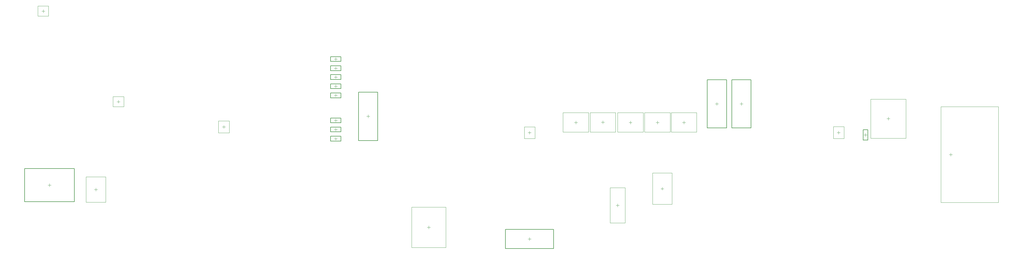
<source format=gbr>
%TF.GenerationSoftware,Altium Limited,Altium Designer,26.1.1 (7)*%
G04 Layer_Color=32768*
%FSLAX43Y43*%
%MOMM*%
%TF.SameCoordinates,F910D8A4-5627-44EB-A571-6FFAAA827985*%
%TF.FilePolarity,Positive*%
%TF.FileFunction,Other,Mechanical_15*%
%TF.Part,Single*%
G01*
G75*
%TA.AperFunction,NonConductor*%
%ADD96C,0.200*%
%ADD113C,0.100*%
%ADD117C,0.050*%
D96*
X117150Y39620D02*
Y55420D01*
X110850Y39620D02*
X117150D01*
X110850D02*
Y55420D01*
X117150D01*
X105080Y59591D02*
Y61141D01*
X101680D02*
X105080D01*
X101680Y59591D02*
Y61141D01*
Y59591D02*
X105080D01*
X101680Y56591D02*
X105080D01*
X101680D02*
Y58141D01*
X105080D01*
Y56591D02*
Y58141D01*
X101680Y65479D02*
X105080D01*
X101680D02*
Y67029D01*
X105080D01*
Y65479D02*
Y67029D01*
X101680Y62470D02*
X105080D01*
X101680D02*
Y64020D01*
X105080D01*
Y62470D02*
Y64020D01*
Y53591D02*
Y55141D01*
X101680D02*
X105080D01*
X101680Y53591D02*
Y55141D01*
Y53591D02*
X105080D01*
X101705Y42441D02*
X105105D01*
X101705D02*
Y43991D01*
X105105D01*
Y42441D02*
Y43991D01*
Y45441D02*
Y46991D01*
X101705D02*
X105105D01*
X101705Y45441D02*
Y46991D01*
Y45441D02*
X105105D01*
X101705Y39441D02*
X105105D01*
X101705D02*
Y40991D01*
X105105D01*
Y39441D02*
Y40991D01*
X1740Y30470D02*
X17960D01*
Y19610D02*
Y30470D01*
X1740Y19610D02*
X17960D01*
X1740D02*
Y30470D01*
X158830Y4250D02*
Y10550D01*
Y4250D02*
X174630D01*
Y10550D01*
X158830D02*
X174630D01*
X231129Y43720D02*
Y59520D01*
X224829Y43720D02*
X231129D01*
X224829D02*
Y59520D01*
X231129D01*
X275766Y39718D02*
X277316D01*
Y43118D01*
X275766D02*
X277316D01*
X275766Y39718D02*
Y43118D01*
X239129Y43710D02*
Y59510D01*
X232829Y43710D02*
X239129D01*
X232829D02*
Y59510D01*
X239129D01*
D113*
X304405Y34500D02*
Y35500D01*
X303905Y35000D02*
X304905D01*
X301175Y19356D02*
X319995D01*
X301175Y50644D02*
X319995D01*
X301175Y19356D02*
Y50644D01*
X319995Y19356D02*
Y50644D01*
X209625Y23875D02*
X210625D01*
X210125Y23375D02*
Y24375D01*
X114000Y47020D02*
Y48020D01*
X113500Y47520D02*
X114500D01*
X195524Y17921D02*
Y18921D01*
X195024Y18421D02*
X196024D01*
X103380Y59866D02*
Y60866D01*
X102880Y60366D02*
X103880D01*
X102880Y57366D02*
X103880D01*
X103380Y56866D02*
Y57866D01*
X102880Y66254D02*
X103880D01*
X103380Y65754D02*
Y66754D01*
X102880Y63245D02*
X103880D01*
X103380Y62745D02*
Y63745D01*
Y53866D02*
Y54866D01*
X102880Y54366D02*
X103880D01*
X102905Y43216D02*
X103905D01*
X103405Y42716D02*
Y43716D01*
Y45716D02*
Y46716D01*
X102905Y46216D02*
X103905D01*
X102905Y40216D02*
X103905D01*
X103405Y39716D02*
Y40716D01*
X133321Y11227D02*
X134321D01*
X133821Y10727D02*
Y11727D01*
X7298Y81950D02*
X8298D01*
X7798Y81450D02*
Y82450D01*
X9350Y25040D02*
X10350D01*
X9850Y24540D02*
Y25540D01*
X24504Y23586D02*
X25504D01*
X25004Y23086D02*
Y24086D01*
X66334Y44064D02*
X67334D01*
X66834Y43564D02*
Y44564D01*
X267775Y41703D02*
Y42703D01*
X267275Y42203D02*
X268275D01*
X166730Y6900D02*
Y7900D01*
X166230Y7400D02*
X167230D01*
X166260Y42170D02*
X167260D01*
X166760Y41670D02*
Y42670D01*
X227979Y51120D02*
Y52120D01*
X227479Y51620D02*
X228479D01*
X276041Y41418D02*
X277041D01*
X276541Y40918D02*
Y41918D01*
X32365Y51825D02*
Y52825D01*
X31865Y52325D02*
X32865D01*
X235979Y51110D02*
Y52110D01*
X235479Y51610D02*
X236479D01*
X284001Y46268D02*
Y47268D01*
X283501Y46768D02*
X284501D01*
D117*
X203897Y42350D02*
Y48700D01*
X195537D02*
X203897D01*
X195537Y42350D02*
Y48700D01*
Y42350D02*
X203897D01*
X199217Y45525D02*
X200217D01*
X199717Y45025D02*
Y46025D01*
X217202Y45025D02*
Y46025D01*
X216702Y45525D02*
X217702D01*
X213022Y42350D02*
X221382D01*
X213022D02*
Y48700D01*
X221382D01*
Y42350D02*
Y48700D01*
X194881Y42412D02*
Y48762D01*
X186521D02*
X194881D01*
X186521Y42412D02*
Y48762D01*
Y42412D02*
X194881D01*
X190201Y45587D02*
X191201D01*
X190701Y45087D02*
Y46087D01*
X208532Y45025D02*
Y46025D01*
X208032Y45525D02*
X209032D01*
X204352Y42350D02*
X212712D01*
X204352D02*
Y48700D01*
X212712D01*
Y42350D02*
Y48700D01*
X186051Y42362D02*
Y48712D01*
X177691D02*
X186051D01*
X177691Y42362D02*
Y48712D01*
Y42362D02*
X186051D01*
X181371Y45537D02*
X182371D01*
X181871Y45037D02*
Y46037D01*
X213325Y18775D02*
Y28975D01*
X206925Y18775D02*
Y28975D01*
Y18775D02*
X213325D01*
X206925Y28975D02*
X213325D01*
X193100Y12646D02*
Y24196D01*
Y12646D02*
X197949D01*
Y24196D01*
X193100D02*
X197949D01*
X139396Y4627D02*
Y17827D01*
X128246Y4627D02*
Y17827D01*
X139396D01*
X128246Y4627D02*
X139396D01*
X6048Y80300D02*
Y83600D01*
X9548Y80300D02*
Y83600D01*
X6048Y80300D02*
X9548D01*
X6048Y83600D02*
X9548D01*
X28254Y19421D02*
Y27751D01*
X21754Y19421D02*
Y27751D01*
Y19421D02*
X28254D01*
X21754Y27751D02*
X28254D01*
X65084Y42139D02*
Y45989D01*
X68584Y42139D02*
Y45989D01*
X65084D02*
X68584D01*
X65084Y42139D02*
X68584D01*
X266025Y40278D02*
X269525D01*
X266025Y44128D02*
X269525D01*
Y40278D02*
Y44128D01*
X266025Y40278D02*
Y44128D01*
X165010Y40245D02*
Y44095D01*
X168510Y40245D02*
Y44095D01*
X165010D02*
X168510D01*
X165010Y40245D02*
X168510D01*
X30615Y53975D02*
X34115D01*
X30615Y50675D02*
X34115D01*
Y53975D01*
X30615Y50675D02*
Y53975D01*
X278251Y40368D02*
X289751D01*
X278251Y53168D02*
X289751D01*
Y40368D02*
Y53168D01*
X278251Y40368D02*
Y53168D01*
%TF.MD5,db03c9c83000980e7f27c0c5f2b58df6*%
M02*

</source>
